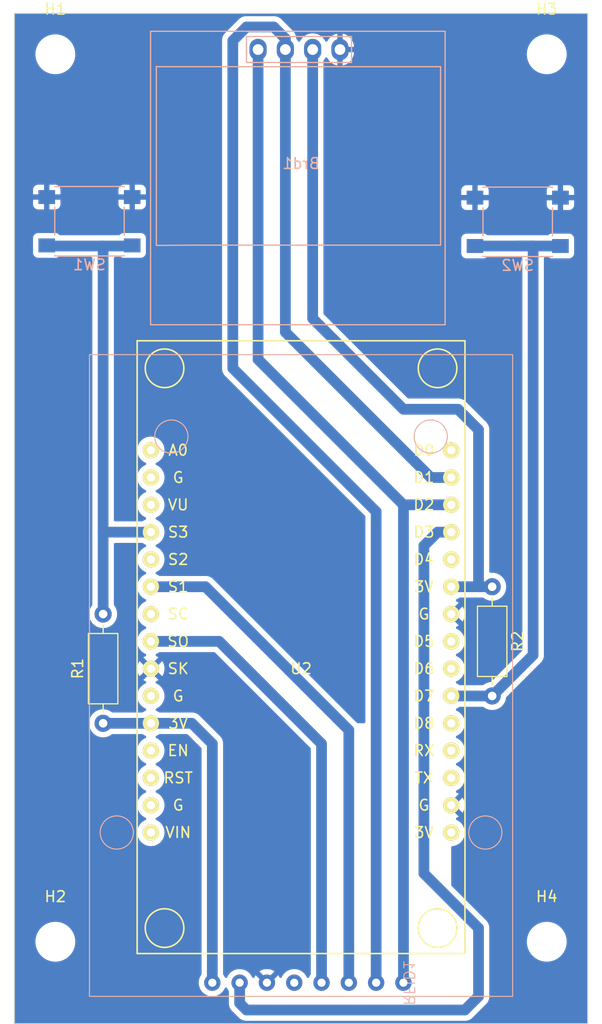
<source format=kicad_pcb>
(kicad_pcb (version 20221018) (generator pcbnew)
  (layers (0 "F.Cu" signal) (31 "B.Cu" signal) (34 "B.Paste" user) (35 "F.Paste" user) (36 "B.SilkS" user "B.Silkscreen") (37 "F.SilkS" user "F.Silkscreen") (38 "B.Mask" user) (39 "F.Mask" user) (44 "Edge.Cuts" user))
  (net 0 "")
  (net 1 "/SDA")
  (net 2 "/SCL")
  (net 3 "GND")
  (net 4 "+3.3V")
  (net 5 "/MOSI")
  (net 6 "/MISO")
  (net 8 "Net-(RFID1-RST)")
  (net 25 "/P1")
  (net 26 "/P2")
  (footprint "Resistor_THT:R_Axial_DIN0207_L6.3mm_D2.5mm_P10.16mm_Horizontal" (layer "F.Cu") (at 56.515 101.6 90)
    (fp_text reference "R1" (at 5.08 -2.37 90) (layer "F.SilkS"))
    (fp_text value "R")
    (fp_line (start 1.04 0) (end 1.81 0) (stroke (width 0.12)) (layer "F.SilkS"))
    (fp_line (start 1.81 -1.37) (end 1.81 1.37) (stroke (width 0.12)) (layer "F.SilkS"))
    (fp_line (start 1.81 1.37) (end 8.35 1.37) (stroke (width 0.12)) (layer "F.SilkS"))
    (fp_line (start 8.35 -1.37) (end 1.81 -1.37) (stroke (width 0.12)) (layer "F.SilkS"))
    (fp_line (start 8.35 1.37) (end 8.35 -1.37) (stroke (width 0.12)) (layer "F.SilkS"))
    (fp_line (start 9.12 0) (end 8.35 0) (stroke (width 0.12)) (layer "F.SilkS"))
    (pad "1" thru_hole circle (at 0 0 90) (size 1.6 1.6) (drill 0.8) (layers "*.Cu" "*.Mask") (net 4 "+3.3V"))
    (pad "2" thru_hole oval (at 10.16 0 90) (size 1.6 1.6) (drill 0.8) (layers "*.Cu" "*.Mask") (net 25 "/P1"))
  )
  (footprint "MountingHole:MountingHole_3.2mm_M3" (layer "F.Cu") (at 97.79 121.92)
    (fp_text reference "H4" (at 0 -4.2) (layer "F.SilkS"))
    (fp_text value "MountingHole")
    (pad "" np_thru_hole circle (at 0 0) (size 3.2 3.2) (drill 3.2) (layers "*.Cu" "*.Mask"))
  )
  (footprint "MountingHole:MountingHole_3.2mm_M3" (layer "F.Cu") (at 97.79 39.37)
    (fp_text reference "H3" (at 0 -4.2) (layer "F.SilkS"))
    (fp_text value "MountingHole")
    (pad "" np_thru_hole circle (at 0 0) (size 3.2 3.2) (drill 3.2) (layers "*.Cu" "*.Mask"))
  )
  (footprint "ESP8266:NodeMCU-LoLinV3" (layer "F.Cu") (at 74.93 96.52)
    (fp_text reference "U2" (at 0 0) (layer "F.SilkS"))
    (fp_text value "NodeMCU_1.0_(ESP-12E)")
    (fp_text user "S1" (at -11.43 -7.62) (layer "F.SilkS"))
    (fp_text user "D1" (at 11.43 -17.78) (layer "F.SilkS"))
    (fp_text user "VIN" (at -11.43 15.24) (layer "F.SilkS"))
    (fp_text user "D7" (at 11.43 2.54) (layer "F.SilkS"))
    (fp_text user "G" (at -11.43 12.7) (layer "F.SilkS"))
    (fp_text user "G" (at -11.43 -17.78) (layer "F.SilkS"))
    (fp_text user "3V" (at -11.43 5.08) (layer "F.SilkS"))
    (fp_text user "RX" (at 11.43 7.62) (layer "F.SilkS"))
    (fp_text user "SK" (at -11.43 0) (layer "F.SilkS"))
    (fp_text user "D5" (at 11.43 -2.54) (layer "F.SilkS"))
    (fp_text user "G" (at 11.43 12.7) (layer "F.SilkS"))
    (fp_text user "3V" (at 11.43 15.24) (layer "F.SilkS"))
    (fp_text user "A0" (at -11.43 -20.32) (layer "F.SilkS"))
    (fp_text user "SO" (at -11.43 -2.54) (layer "F.SilkS"))
    (fp_text user "S3" (at -11.43 -12.7) (layer "F.SilkS"))
    (fp_text user "G" (at 11.43 -5.08) (layer "F.SilkS"))
    (fp_text user "TX" (at 11.43 10.16) (layer "F.SilkS"))
    (fp_text user "VU" (at -11.43 -15.24) (layer "F.SilkS"))
    (fp_text user "SC" (at -11.43 -5.08) (layer "F.SilkS"))
    (fp_text user "RST" (at -11.43 10.16) (layer "F.SilkS"))
    (fp_text user "S2" (at -11.43 -10.16) (layer "F.SilkS"))
    (fp_text user "D6" (at 11.43 0) (layer "F.SilkS"))
    (fp_text user "D2" (at 11.43 -15.24) (layer "F.SilkS"))
    (fp_text user "D8" (at 11.43 5.08) (layer "F.SilkS"))
    (fp_text user "EN" (at -11.43 7.62) (layer "F.SilkS"))
    (fp_text user "D0" (at 11.43 -20.32) (layer "F.SilkS"))
    (fp_text user "G" (at -11.43 2.54) (layer "F.SilkS"))
    (fp_text user "3V" (at 11.43 -7.62) (layer "F.SilkS"))
    (fp_text user "D3" (at 11.43 -12.7) (layer "F.SilkS"))
    (fp_text user "D4" (at 11.43 -10.16) (layer "F.SilkS"))
    (fp_line (start -15.25 -30.5) (end -15.25 26.5) (stroke (width 0.15)) (layer "F.SilkS"))
    (fp_line (start -15.25 26.5) (end 15.25 26.5) (stroke (width 0.15)) (layer "F.SilkS"))
    (fp_line (start -14.75 -30.5) (end -15.25 -30.5) (stroke (width 0.15)) (layer "F.SilkS"))
    (fp_line (start 15.25 -30.5) (end -14.75 -30.5) (stroke (width 0.15)) (layer "F.SilkS"))
    (fp_line (start 15.25 26.5) (end 15.25 -30.5) (stroke (width 0.15)) (layer "F.SilkS"))
    (fp_circle (center -12.7 -27.94) (end -11.43 -29.21) (stroke (width 0.15)) (fill none) (layer "F.SilkS"))
    (fp_circle (center -12.7 24.13) (end -11.43 22.86) (stroke (width 0.15)) (fill none) (layer "F.SilkS"))
    (fp_circle (center 12.7 -27.94) (end 13.97 -29.21) (stroke (width 0.15)) (fill none) (layer "F.SilkS"))
    (fp_circle (center 12.7 24.13) (end 13.97 22.86) (stroke (width 0.15)) (fill none) (layer "F.SilkS"))
    (pad "1" thru_hole circle (at -13.97 -20.32) (size 1.524 1.524) (drill 0.762) (layers "*.Cu" "*.Mask" "F.SilkS"))
    (pad "2" thru_hole circle (at -13.97 -17.78) (size 1.524 1.524) (drill 0.762) (layers "*.Cu" "*.Mask" "F.SilkS"))
    (pad "3" thru_hole circle (at -13.97 -15.24) (size 1.524 1.524) (drill 0.762) (layers "*.Cu" "*.Mask" "F.SilkS"))
    (pad "4" thru_hole circle (at -13.97 -12.7) (size 1.524 1.524) (drill 0.762) (layers "*.Cu" "*.Mask" "F.SilkS") (net 25 "/P1"))
    (pad "5" thru_hole circle (at -13.97 -10.16) (size 1.524 1.524) (drill 0.762) (layers "*.Cu" "*.Mask" "F.SilkS"))
    (pad "6" thru_hole circle (at -13.97 -7.62) (size 1.524 1.524) (drill 0.762) (layers "*.Cu" "*.Mask" "F.SilkS") (net 5 "/MOSI"))
    (pad "7" thru_hole circle (at -13.97 -5.08) (size 1.524 1.524) (drill 0.762) (layers "*.Cu" "*.Mask" "F.SilkS"))
    (pad "8" thru_hole circle (at -13.97 -2.54) (size 1.524 1.524) (drill 0.762) (layers "*.Cu" "*.Mask" "F.SilkS") (net 6 "/MISO"))
    (pad "9" thru_hole circle (at -13.97 0) (size 1.524 1.524) (drill 0.762) (layers "*.Cu" "*.Mask" "F.SilkS") (net 3 "GND"))
    (pad "10" thru_hole circle (at -13.97 2.54) (size 1.524 1.524) (drill 0.762) (layers "*.Cu" "*.Mask" "F.SilkS"))
    (pad "11" thru_hole circle (at -13.97 5.08) (size 1.524 1.524) (drill 0.762) (layers "*.Cu" "*.Mask" "F.SilkS") (net 4 "+3.3V"))
    (pad "12" thru_hole circle (at -13.97 7.62) (size 1.524 1.524) (drill 0.762) (layers "*.Cu" "*.Mask" "F.SilkS"))
    (pad "13" thru_hole circle (at -13.97 10.16) (size 1.524 1.524) (drill 0.762) (layers "*.Cu" "*.Mask" "F.SilkS"))
    (pad "14" thru_hole circle (at -13.97 12.7) (size 1.524 1.524) (drill 0.762) (layers "*.Cu" "*.Mask" "F.SilkS"))
    (pad "15" thru_hole circle (at -13.97 15.24) (size 1.524 1.524) (drill 0.762) (layers "*.Cu" "*.Mask" "F.SilkS"))
    (pad "16" thru_hole circle (at 13.97 15.24) (size 1.524 1.524) (drill 0.762) (layers "*.Cu" "*.Mask" "F.SilkS"))
    (pad "17" thru_hole circle (at 13.97 12.7) (size 1.524 1.524) (drill 0.762) (layers "*.Cu" "*.Mask" "F.SilkS") (net 3 "GND"))
    (pad "18" thru_hole circle (at 13.97 10.16) (size 1.524 1.524) (drill 0.762) (layers "*.Cu" "*.Mask" "F.SilkS"))
    (pad "19" thru_hole circle (at 13.97 7.62) (size 1.524 1.524) (drill 0.762) (layers "*.Cu" "*.Mask" "F.SilkS"))
    (pad "20" thru_hole circle (at 13.97 5.08) (size 1.524 1.524) (drill 0.762) (layers "*.Cu" "*.Mask" "F.SilkS"))
    (pad "21" thru_hole circle (at 13.97 2.54) (size 1.524 1.524) (drill 0.762) (layers "*.Cu" "*.Mask" "F.SilkS") (net 26 "/P2"))
    (pad "22" thru_hole circle (at 13.97 0) (size 1.524 1.524) (drill 0.762) (layers "*.Cu" "*.Mask" "F.SilkS"))
    (pad "23" thru_hole circle (at 13.97 -2.54) (size 1.524 1.524) (drill 0.762) (layers "*.Cu" "*.Mask" "F.SilkS"))
    (pad "24" thru_hole circle (at 13.97 -5.08) (size 1.524 1.524) (drill 0.762) (layers "*.Cu" "*.Mask" "F.SilkS") (net 3 "GND"))
    (pad "25" thru_hole circle (at 13.97 -7.62) (size 1.524 1.524) (drill 0.762) (layers "*.Cu" "*.Mask" "F.SilkS") (net 4 "+3.3V"))
    (pad "26" thru_hole circle (at 13.97 -10.16) (size 1.524 1.524) (drill 0.762) (layers "*.Cu" "*.Mask" "F.SilkS"))
    (pad "27" thru_hole circle (at 13.97 -12.7) (size 1.524 1.524) (drill 0.762) (layers "*.Cu" "*.Mask" "F.SilkS") (net 8 "Net-(RFID1-RST)"))
    (pad "28" thru_hole circle (at 13.97 -15.24) (size 1.524 1.524) (drill 0.762) (layers "*.Cu" "*.Mask" "F.SilkS") (net 1 "/SDA"))
    (pad "29" thru_hole circle (at 13.97 -17.78) (size 1.524 1.524) (drill 0.762) (layers "*.Cu" "*.Mask" "F.SilkS") (net 2 "/SCL"))
    (pad "30" thru_hole circle (at 13.97 -20.32) (size 1.524 1.524) (drill 0.762) (layers "*.Cu" "*.Mask" "F.SilkS"))
  )
  (footprint "Resistor_THT:R_Axial_DIN0207_L6.3mm_D2.5mm_P10.16mm_Horizontal" (layer "F.Cu") (at 92.71 88.9 -90)
    (fp_text reference "R2" (at 5.08 -2.37 90) (layer "F.SilkS"))
    (fp_text value "R")
    (fp_line (start 1.04 0) (end 1.81 0) (stroke (width 0.12)) (layer "F.SilkS"))
    (fp_line (start 1.81 -1.37) (end 1.81 1.37) (stroke (width 0.12)) (layer "F.SilkS"))
    (fp_line (start 1.81 1.37) (end 8.35 1.37) (stroke (width 0.12)) (layer "F.SilkS"))
    (fp_line (start 8.35 -1.37) (end 1.81 -1.37) (stroke (width 0.12)) (layer "F.SilkS"))
    (fp_line (start 8.35 1.37) (end 8.35 -1.37) (stroke (width 0.12)) (layer "F.SilkS"))
    (fp_line (start 9.12 0) (end 8.35 0) (stroke (width 0.12)) (layer "F.SilkS"))
    (pad "1" thru_hole circle (at 0 0 270) (size 1.6 1.6) (drill 0.8) (layers "*.Cu" "*.Mask") (net 4 "+3.3V"))
    (pad "2" thru_hole oval (at 10.16 0 270) (size 1.6 1.6) (drill 0.8) (layers "*.Cu" "*.Mask") (net 26 "/P2"))
  )
  (footprint "MountingHole:MountingHole_3.2mm_M3" (layer "F.Cu") (at 52.07 39.37)
    (fp_text reference "H1" (at 0 -4.2) (layer "F.SilkS"))
    (fp_text value "MountingHole")
    (pad "" np_thru_hole circle (at 0 0) (size 3.2 3.2) (drill 3.2) (layers "*.Cu" "*.Mask"))
  )
  (footprint "MountingHole:MountingHole_3.2mm_M3" (layer "F.Cu") (at 52.07 121.92)
    (fp_text reference "H2" (at 0 -4.2) (layer "F.SilkS"))
    (fp_text value "MountingHole")
    (pad "" np_thru_hole circle (at 0 0) (size 3.2 3.2) (drill 3.2) (layers "*.Cu" "*.Mask"))
  )
  (footprint "Button_Switch_SMD:SW_Push_1P1T_NO_6x6mm_H9.5mm" (layer "B.Cu") (at 95.085 54.955)
    (fp_text reference "SW2" (at 0 4.05 180) (layer "B.SilkS") (effects (justify mirror)))
    (fp_text value "SW_Push")
    (fp_line (start -3.23 -3.23) (end -3.23 -3.2) (stroke (width 0.12)) (layer "B.SilkS"))
    (fp_line (start -3.23 -3.23) (end 3.23 -3.23) (stroke (width 0.12)) (layer "B.SilkS"))
    (fp_line (start -3.23 1.3) (end -3.23 -1.3) (stroke (width 0.12)) (layer "B.SilkS"))
    (fp_line (start -3.23 3.2) (end -3.23 3.23) (stroke (width 0.12)) (layer "B.SilkS"))
    (fp_line (start -3.23 3.23) (end 3.23 3.23) (stroke (width 0.12)) (layer "B.SilkS"))
    (fp_line (start 3.23 -3.23) (end 3.23 -3.2) (stroke (width 0.12)) (layer "B.SilkS"))
    (fp_line (start 3.23 1.3) (end 3.23 -1.3) (stroke (width 0.12)) (layer "B.SilkS"))
    (fp_line (start 3.23 3.23) (end 3.23 3.2) (stroke (width 0.12)) (layer "B.SilkS"))
    (pad "1" smd rect (at -3.975 2.25) (size 1.55 1.3) (layers "B.Cu" "B.Paste" "B.Mask") (net 26 "/P2"))
    (pad "1" smd rect (at 3.975 2.25) (size 1.55 1.3) (layers "B.Cu" "B.Paste" "B.Mask") (net 26 "/P2"))
    (pad "2" smd rect (at -3.975 -2.25) (size 1.55 1.3) (layers "B.Cu" "B.Paste" "B.Mask") (net 3 "GND"))
    (pad "2" smd rect (at 3.975 -2.25) (size 1.55 1.3) (layers "B.Cu" "B.Paste" "B.Mask") (net 3 "GND"))
  )
  (footprint "SSD1306:128x64OLED" (layer "B.Cu") (at 74.93 49.53 180)
    (fp_text reference "Brd1" (at 0 0) (layer "B.SilkS") (effects (justify mirror)))
    (fp_text value "SSD1306")
    (fp_line (start -13.4 -15) (end -13.4 12.3) (stroke (width 0.12)) (layer "B.SilkS"))
    (fp_line (start -13.4 12.3) (end 14 12.3) (stroke (width 0.12)) (layer "B.SilkS"))
    (fp_line (start -12.978 -7.595) (end -12.978 9.005) (stroke (width 0.12)) (layer "B.SilkS"))
    (fp_line (start -12.978 9.005) (end 10.122 9.005) (stroke (width 0.12)) (layer "B.SilkS"))
    (fp_line (start -4.699 11.811) (end -4.699 9.398) (stroke (width 0.12)) (layer "B.SilkS"))
    (fp_line (start -4.699 11.811) (end 5.08 11.811) (stroke (width 0.12)) (layer "B.SilkS"))
    (fp_line (start 5.08 9.398) (end -4.699 9.398) (stroke (width 0.12)) (layer "B.SilkS"))
    (fp_line (start 5.08 11.811) (end 5.08 9.398) (stroke (width 0.12)) (layer "B.SilkS"))
    (fp_line (start 10.122 -7.595) (end -12.978 -7.595) (stroke (width 0.12)) (layer "B.SilkS"))
    (fp_line (start 10.122 -7.595) (end 13.462 -7.62) (stroke (width 0.12)) (layer "B.SilkS"))
    (fp_line (start 10.122 9.005) (end 13.208 9.005) (stroke (width 0.12)) (layer "B.SilkS"))
    (fp_line (start 13.462 -7.62) (end 13.462 9.017) (stroke (width 0.12)) (layer "B.SilkS"))
    (fp_line (start 13.462 9.017) (end 13.208 9.005) (stroke (width 0.12)) (layer "B.SilkS"))
    (fp_line (start 14 -15) (end -13.4 -15) (stroke (width 0.12)) (layer "B.SilkS"))
    (fp_line (start 14 12.3) (end 14 -15) (stroke (width 0.12)) (layer "B.SilkS"))
    (pad "1" thru_hole oval (at -3.62 10.6 90) (size 2 1.6) (drill 1) (layers "*.Cu" "*.Mask") (net 3 "GND"))
    (pad "2" thru_hole oval (at -1.08 10.6 90) (size 2 1.6) (drill 1) (layers "*.Cu" "*.Mask") (net 4 "+3.3V"))
    (pad "3" thru_hole oval (at 1.46 10.6 90) (size 2 1.6) (drill 1) (layers "*.Cu" "*.Mask") (net 2 "/SCL"))
    (pad "4" thru_hole oval (at 4 10.6 90) (size 2 1.6) (drill 1) (layers "*.Cu" "*.Mask") (net 1 "/SDA"))
  )
  (footprint "RestRoomTime:RFID-RC522" (layer "B.Cu") (at 84.455 125.73 90)
    (fp_text reference "RFID1" (at 0 0.5 270 unlocked) (layer "B.SilkS") (effects (font (thickness 0.1)) (justify mirror)))
    (fp_text value "~")
    (fp_rect (start -1.270001 10.16) (end 58.419999 -29.21) (stroke (width 0.1)) (fill none) (layer "B.SilkS"))
    (fp_circle (center 13.97 -26.67) (end 15.494 -26.416) (stroke (width 0.1)) (fill none) (layer "B.SilkS"))
    (fp_circle (center 13.97 7.62) (end 15.494 7.874) (stroke (width 0.1)) (fill none) (layer "B.SilkS"))
    (fp_circle (center 50.8 -21.59) (end 52.324 -21.336) (stroke (width 0.1)) (fill none) (layer "B.SilkS"))
    (fp_circle (center 50.8 2.54) (end 52.324 2.794) (stroke (width 0.1)) (fill none) (layer "B.SilkS"))
    (pad "1" thru_hole circle (at 0 0 90) (size 1.524 1.524) (drill 0.762) (layers "*.Cu" "*.Mask") (net 1 "/SDA"))
    (pad "2" thru_hole circle (at 0 -2.54 90) (size 1.524 1.524) (drill 0.762) (layers "*.Cu" "*.Mask") (net 2 "/SCL"))
    (pad "3" thru_hole circle (at 0 -5.08 90) (size 1.524 1.524) (drill 0.762) (layers "*.Cu" "*.Mask") (net 5 "/MOSI"))
    (pad "4" thru_hole circle (at 0 -7.62 90) (size 1.524 1.524) (drill 0.762) (layers "*.Cu" "*.Mask") (net 6 "/MISO"))
    (pad "5" thru_hole circle (at 0 -10.16 90) (size 1.524 1.524) (drill 0.762) (layers "*.Cu" "*.Mask"))
    (pad "6" thru_hole circle (at 0 -12.7 90) (size 1.524 1.524) (drill 0.762) (layers "*.Cu" "*.Mask") (net 3 "GND"))
    (pad "7" thru_hole circle (at 0 -15.24 90) (size 1.524 1.524) (drill 0.762) (layers "*.Cu" "*.Mask") (net 8 "Net-(RFID1-RST)"))
    (pad "8" thru_hole circle (at 0 -17.78 90) (size 1.524 1.524) (drill 0.762) (layers "*.Cu" "*.Mask") (net 4 "+3.3V"))
  )
  (footprint "Button_Switch_SMD:SW_Push_1P1T_NO_6x6mm_H9.5mm" (layer "B.Cu") (at 55.245 54.9)
    (fp_text reference "SW1" (at 0 4.05 180) (layer "B.SilkS") (effects (justify mirror)))
    (fp_text value "SW_Push")
    (fp_line (start -3.23 -3.23) (end -3.23 -3.2) (stroke (width 0.12)) (layer "B.SilkS"))
    (fp_line (start -3.23 -3.23) (end 3.23 -3.23) (stroke (width 0.12)) (layer "B.SilkS"))
    (fp_line (start -3.23 1.3) (end -3.23 -1.3) (stroke (width 0.12)) (layer "B.SilkS"))
    (fp_line (start -3.23 3.2) (end -3.23 3.23) (stroke (width 0.12)) (layer "B.SilkS"))
    (fp_line (start -3.23 3.23) (end 3.23 3.23) (stroke (width 0.12)) (layer "B.SilkS"))
    (fp_line (start 3.23 -3.23) (end 3.23 -3.2) (stroke (width 0.12)) (layer "B.SilkS"))
    (fp_line (start 3.23 1.3) (end 3.23 -1.3) (stroke (width 0.12)) (layer "B.SilkS"))
    (fp_line (start 3.23 3.23) (end 3.23 3.2) (stroke (width 0.12)) (layer "B.SilkS"))
    (pad "1" smd rect (at -3.975 2.25) (size 1.55 1.3) (layers "B.Cu" "B.Paste" "B.Mask") (net 25 "/P1"))
    (pad "1" smd rect (at 3.975 2.25) (size 1.55 1.3) (layers "B.Cu" "B.Paste" "B.Mask") (net 25 "/P1"))
    (pad "2" smd rect (at -3.975 -2.25) (size 1.55 1.3) (layers "B.Cu" "B.Paste" "B.Mask") (net 3 "GND"))
    (pad "2" smd rect (at 3.975 -2.25) (size 1.55 1.3) (layers "B.Cu" "B.Paste" "B.Mask") (net 3 "GND"))
  )
  (gr_rect (start 48.26 35.56) (end 101.6 129.54) (stroke (width 0.1)) (fill none) (layer "Edge.Cuts"))
  (segment (start 70.93 38.93) (end 70.93 67.755) (width 1) (layer "B.Cu") (net 1))
  (segment (start 70.93 67.755) (end 84.455 81.28) (width 1) (layer "B.Cu") (net 1))
  (segment (start 84.455 125.73) (end 84.455 81.28) (width 1) (layer "B.Cu") (net 1))
  (segment (start 84.455 81.28) (end 85.09 81.28) (width 1) (layer "B.Cu") (net 1))
  (segment (start 85.09 81.28) (end 88.9 81.28) (width 1) (layer "B.Cu") (net 1))
  (segment (start 73.47 38.93) (end 73.47 65.215) (width 1) (layer "B.Cu") (net 2))
  (segment (start 86.995 78.74) (end 88.9 78.74) (width 1) (layer "B.Cu") (net 2))
  (segment (start 68.58 68.58) (end 81.915 81.915) (width 1) (layer "B.Cu") (net 2))
  (segment (start 69.85 36.83) (end 68.58 38.1) (width 1) (layer "B.Cu") (net 2))
  (segment (start 73.47 65.215) (end 86.995 78.74) (width 1) (layer "B.Cu") (net 2))
  (segment (start 68.58 38.1) (end 68.58 68.58) (width 1) (layer "B.Cu") (net 2))
  (segment (start 73.47 37.91) (end 72.39 36.83) (width 1) (layer "B.Cu") (net 2))
  (segment (start 73.47 38.93) (end 73.47 37.91) (width 1) (layer "B.Cu") (net 2))
  (segment (start 72.39 36.83) (end 69.85 36.83) (width 1) (layer "B.Cu") (net 2))
  (segment (start 81.915 81.915) (end 81.915 125.73) (width 1) (layer "B.Cu") (net 2))
  (segment (start 60.96 101.6) (end 64.77 101.6) (width 1) (layer "B.Cu") (net 4))
  (segment (start 84.455 72.39) (end 89.535 72.39) (width 1) (layer "B.Cu") (net 4))
  (segment (start 56.515 101.6) (end 60.96 101.6) (width 1) (layer "B.Cu") (net 4))
  (segment (start 91.44 74.295) (end 91.44 88.9) (width 1) (layer "B.Cu") (net 4))
  (segment (start 89.535 72.39) (end 91.44 74.295) (width 1) (layer "B.Cu") (net 4))
  (segment (start 76.01 38.93) (end 76.01 63.945) (width 1) (layer "B.Cu") (net 4))
  (segment (start 92.71 88.9) (end 91.44 88.9) (width 1) (layer "B.Cu") (net 4))
  (segment (start 64.77 101.6) (end 66.675 103.505) (width 1) (layer "B.Cu") (net 4))
  (segment (start 66.675 103.505) (end 66.675 125.73) (width 1) (layer "B.Cu") (net 4))
  (segment (start 91.44 88.9) (end 88.9 88.9) (width 1) (layer "B.Cu") (net 4))
  (segment (start 76.01 63.945) (end 84.455 72.39) (width 1) (layer "B.Cu") (net 4))
  (segment (start 79.375 102.235) (end 79.375 125.73) (width 1) (layer "B.Cu") (net 5))
  (segment (start 66.04 88.9) (end 79.375 102.235) (width 1) (layer "B.Cu") (net 5))
  (segment (start 60.96 88.9) (end 66.04 88.9) (width 1) (layer "B.Cu") (net 5))
  (segment (start 60.96 93.98) (end 67.31 93.98) (width 1) (layer "B.Cu") (net 6))
  (segment (start 67.31 93.98) (end 76.835 103.505) (width 1) (layer "B.Cu") (net 6))
  (segment (start 76.835 103.505) (end 76.835 125.73) (width 1) (layer "B.Cu") (net 6))
  (segment (start 90.17 128.27) (end 91.44 127) (width 1) (layer "B.Cu") (net 8))
  (segment (start 69.215 127.635) (end 69.85 128.27) (width 1) (layer "B.Cu") (net 8))
  (segment (start 87.63 83.82) (end 88.9 83.82) (width 1) (layer "B.Cu") (net 8))
  (segment (start 69.85 128.27) (end 90.17 128.27) (width 1) (layer "B.Cu") (net 8))
  (segment (start 69.215 125.73) (end 69.215 127.635) (width 1) (layer "B.Cu") (net 8))
  (segment (start 86.36 85.09) (end 87.63 83.82) (width 1) (layer "B.Cu") (net 8))
  (segment (start 91.44 120.65) (end 86.36 115.57) (width 1) (layer "B.Cu") (net 8))
  (segment (start 91.44 127) (end 91.44 120.65) (width 1) (layer "B.Cu") (net 8))
  (segment (start 86.36 115.57) (end 86.36 85.09) (width 1) (layer "B.Cu") (net 8))
  (segment (start 60.96 83.82) (end 56.515 83.82) (width 1) (layer "B.Cu") (net 25))
  (segment (start 51.92 57.205) (end 56.515 57.205) (width 1) (layer "B.Cu") (net 25))
  (segment (start 56.515 83.82) (end 56.515 57.205) (width 1) (layer "B.Cu") (net 25))
  (segment (start 56.515 57.205) (end 58.42 57.205) (width 1) (layer "B.Cu") (net 25))
  (segment (start 56.515 83.82) (end 56.515 91.44) (width 1) (layer "B.Cu") (net 25))
  (segment (start 91.925 57.205) (end 95.25 57.205) (width 1) (layer "B.Cu") (net 26))
  (segment (start 95.25 57.205) (end 98.425 57.205) (width 1) (layer "B.Cu") (net 26))
  (segment (start 92.71 99.06) (end 88.9 99.06) (width 1) (layer "B.Cu") (net 26))
  (segment (start 96.52 95.25) (end 92.71 99.06) (width 1) (layer "B.Cu") (net 26))
  (segment (start 96.52 57.205) (end 96.52 95.25) (width 1) (layer "B.Cu") (net 26))
  (segment (start 95.25 57.205) (end 96.52 57.205) (width 1) (layer "B.Cu") (net 26))
  (zone (net 0) (net_name "") (layer "B.Cu") (connect_pads (clearance 0)) (min_thickness 0.25)
    (keepout (tracks not_allowed) (vias not_allowed) (pads not_allowed) (copperpour not_allowed) (footprints allowed))
    (fill (thermal_gap 0.5) (thermal_bridge_width 0.5))
    (polygon (pts (xy 84.455 115.57) (xy 86.36 115.57) (xy 91.44 120.65) (xy 91.44 126.365) (xy 90.17 128.27) (xy 69.215 128.27) (xy 69.215 125.73) (xy 84.455 125.73)))
  )
  (zone (net 3) (net_name "GND") (layer "B.Cu") (connect_pads (clearance 0.5)) (min_thickness 0.25) (fill yes (thermal_gap 0.5) (thermal_bridge_width 0.5))
    (polygon (pts (xy 48.26 35.56) (xy 101.6 35.56) (xy 101.6 129.54) (xy 48.26 129.54)))
  )
  (zone (net 0) (net_name "") (layer "B.Cu") (connect_pads (clearance 0)) (min_thickness 0.25)
    (keepout (tracks not_allowed) (vias not_allowed) (pads not_allowed) (copperpour not_allowed) (footprints allowed))
    (fill (thermal_gap 0.5) (thermal_bridge_width 0.5))
    (polygon (pts (xy 86.36 84.455) (xy 88.9 84.455) (xy 88.9 116.84) (xy 86.995 116.84) (xy 86.36 116.205)))
  )
  (zone (net 0) (net_name "") (layer "B.Cu") (connect_pads (clearance 0)) (min_thickness 0.25)
    (keepout (tracks not_allowed) (vias not_allowed) (pads not_allowed) (copperpour not_allowed) (footprints allowed))
    (fill (thermal_gap 0.5) (thermal_bridge_width 0.5))
    (polygon (pts (xy 79.375 101.6) (xy 81.915 101.6) (xy 81.915 125.73) (xy 79.375 125.73)))
  )
)
</source>
